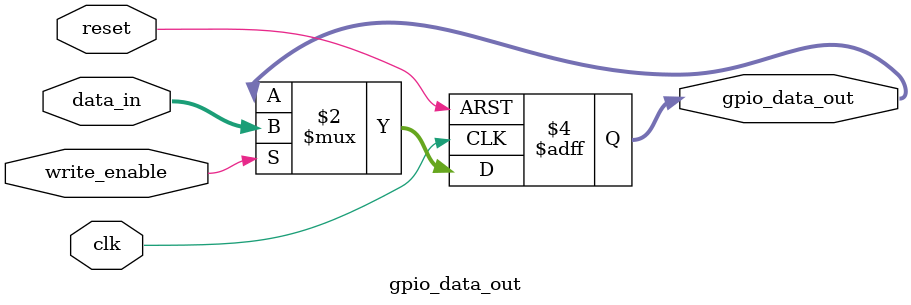
<source format=v>
module gpio_data_out (
    input wire clk,
    input wire reset,
    input wire write_enable,
    input wire [15:0] data_in,
    output reg [15:0] gpio_data_out
);

    always @(posedge clk or posedge reset) begin
        if (reset) begin
            gpio_data_out <= 16'b0;
        end else if (write_enable) begin
            gpio_data_out <= data_in;
        end
    end

endmodule

</source>
